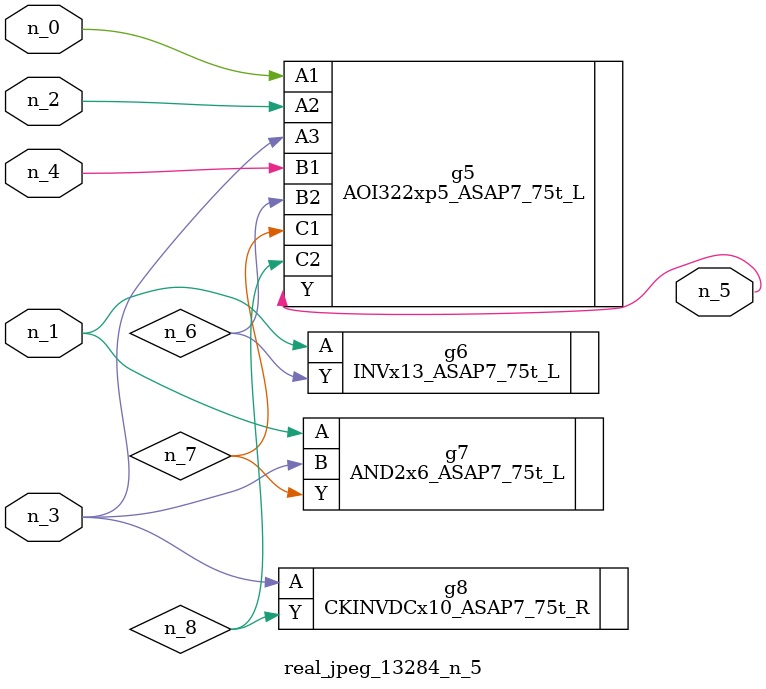
<source format=v>
module real_jpeg_13284_n_5 (n_4, n_0, n_1, n_2, n_3, n_5);

input n_4;
input n_0;
input n_1;
input n_2;
input n_3;

output n_5;

wire n_8;
wire n_6;
wire n_7;

AOI322xp5_ASAP7_75t_L g5 ( 
.A1(n_0),
.A2(n_2),
.A3(n_3),
.B1(n_4),
.B2(n_6),
.C1(n_7),
.C2(n_8),
.Y(n_5)
);

INVx13_ASAP7_75t_L g6 ( 
.A(n_1),
.Y(n_6)
);

AND2x6_ASAP7_75t_L g7 ( 
.A(n_1),
.B(n_3),
.Y(n_7)
);

CKINVDCx10_ASAP7_75t_R g8 ( 
.A(n_3),
.Y(n_8)
);


endmodule
</source>
